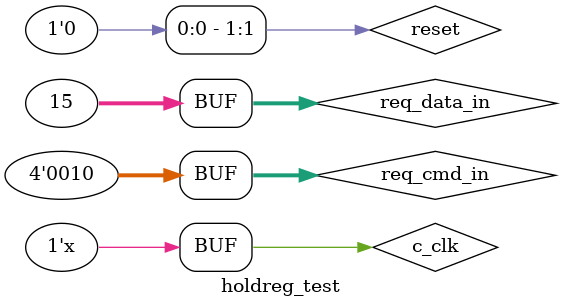
<source format=v>
`include "hdl/holdreg.v"

module holdreg_test;
   
   reg a_clk, b_clk, c_clk, scan_in;
   
   
   reg [0:3] req_cmd_in;
   
   reg [1:7] reset;
   
   reg [0:31] req_data_in;
   
   
   wire scan_out;
   wire [0:3] hold_prio_req;
   wire [0:31] hold_data1, hold_data2;

   holdreg H1(hold_data1, hold_data2, hold_prio_req, scan_out, a_clk, b_clk, c_clk, req_cmd_in, req_data_in, reset, scan_in);

   initial c_clk = 1'b0;
   always #100 c_clk = ~c_clk;
	
   initial
     begin

	req_cmd_in = 0;
	req_data_in = 0;
	reset[1] = 0;
	
	#600 req_cmd_in = 1;
	req_data_in = 10;
	#200 req_data_in=12;
	#200 req_cmd_in = 2;
	req_data_in = 15;

     end // initial begin
   
   always
     @ (reset or c_clk or  req_cmd_in or req_data_in) begin
	
	$display("at time %t, res=%d, reqcmd=%b, reqdata=%d, hold1=%d, hold2=%d, hold_req=%b", $time, reset[1], req_cmd_in, req_data_in, hold_data1, hold_data2, hold_prio_req);
	
	
     end
   
	
endmodule // holdreg_test

</source>
